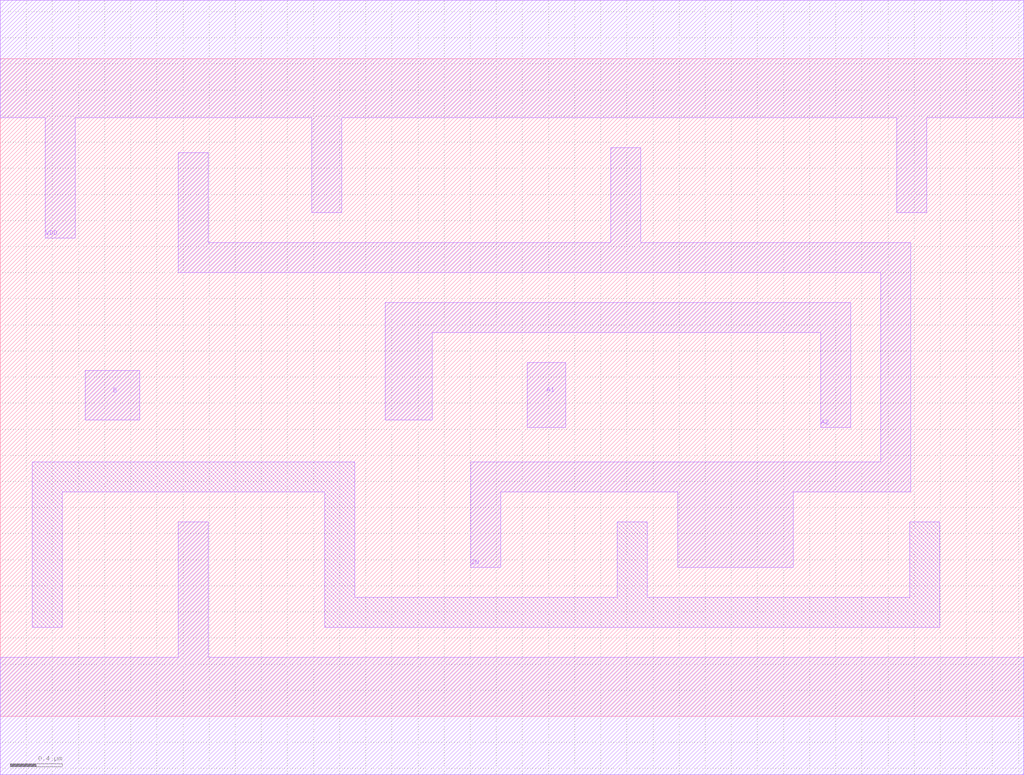
<source format=lef>
# Copyright 2022 GlobalFoundries PDK Authors
#
# Licensed under the Apache License, Version 2.0 (the "License");
# you may not use this file except in compliance with the License.
# You may obtain a copy of the License at
#
#      http://www.apache.org/licenses/LICENSE-2.0
#
# Unless required by applicable law or agreed to in writing, software
# distributed under the License is distributed on an "AS IS" BASIS,
# WITHOUT WARRANTIES OR CONDITIONS OF ANY KIND, either express or implied.
# See the License for the specific language governing permissions and
# limitations under the License.

MACRO gf180mcu_fd_sc_mcu9t5v0__oai21_2
  CLASS core ;
  FOREIGN gf180mcu_fd_sc_mcu9t5v0__oai21_2 0.0 0.0 ;
  ORIGIN 0 0 ;
  SYMMETRY X Y ;
  SITE GF018hv5v_green_sc9 ;
  SIZE 7.84 BY 5.04 ;
  PIN A1
    DIRECTION INPUT ;
    ANTENNAGATEAREA 3.414 ;
    PORT
      LAYER METAL1 ;
        POLYGON 4.035 2.215 4.33 2.215 4.33 2.71 4.035 2.71  ;
    END
  END A1
  PIN A2
    DIRECTION INPUT ;
    ANTENNAGATEAREA 3.414 ;
    PORT
      LAYER METAL1 ;
        POLYGON 2.95 2.27 3.31 2.27 3.31 2.94 6.285 2.94 6.285 2.215 6.515 2.215 6.515 3.17 2.95 3.17  ;
    END
  END A2
  PIN B
    DIRECTION INPUT ;
    ANTENNAGATEAREA 3.229 ;
    PORT
      LAYER METAL1 ;
        POLYGON 0.65 2.27 1.07 2.27 1.07 2.65 0.65 2.65  ;
    END
  END B
  PIN ZN
    DIRECTION OUTPUT ;
    ANTENNADIFFAREA 3.3628 ;
    PORT
      LAYER METAL1 ;
        POLYGON 1.365 3.4 6.745 3.4 6.745 1.95 3.605 1.95 3.605 1.14 3.835 1.14 3.835 1.72 5.19 1.72 5.19 1.14 6.075 1.14 6.075 1.72 6.975 1.72 6.975 3.63 4.905 3.63 4.905 4.36 4.675 4.36 4.675 3.63 1.595 3.63 1.595 4.32 1.365 4.32  ;
    END
  END ZN
  PIN VDD
    DIRECTION INOUT ;
    USE power ;
    SHAPE ABUTMENT ;
    PORT
      LAYER METAL1 ;
        POLYGON 0 4.59 0.345 4.59 0.345 3.665 0.575 3.665 0.575 4.59 2.385 4.59 2.385 3.86 2.615 3.86 2.615 4.59 6.865 4.59 6.865 3.86 7.095 3.86 7.095 4.59 7.195 4.59 7.84 4.59 7.84 5.49 7.195 5.49 0 5.49  ;
    END
  END VDD
  PIN VSS
    DIRECTION INOUT ;
    USE ground ;
    SHAPE ABUTMENT ;
    PORT
      LAYER METAL1 ;
        POLYGON 0 -0.45 7.84 -0.45 7.84 0.45 1.595 0.45 1.595 1.49 1.365 1.49 1.365 0.45 0 0.45  ;
    END
  END VSS
  OBS
      LAYER METAL1 ;
        POLYGON 0.245 0.68 0.475 0.68 0.475 1.72 2.485 1.72 2.485 0.68 7.195 0.68 7.195 1.49 6.965 1.49 6.965 0.91 4.955 0.91 4.955 1.49 4.725 1.49 4.725 0.91 2.715 0.91 2.715 1.95 0.245 1.95  ;
  END
END gf180mcu_fd_sc_mcu9t5v0__oai21_2

</source>
